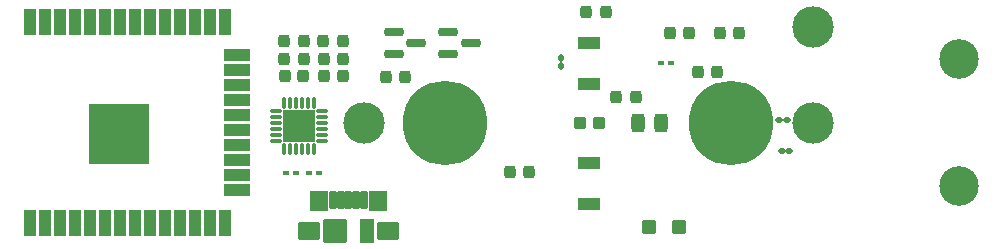
<source format=gts>
%TF.GenerationSoftware,KiCad,Pcbnew,(6.0.4)*%
%TF.CreationDate,2022-06-07T20:54:31+01:00*%
%TF.ProjectId,soil-moisture-sensor,736f696c-2d6d-46f6-9973-747572652d73,%%version%%*%
%TF.SameCoordinates,Original*%
%TF.FileFunction,Soldermask,Top*%
%TF.FilePolarity,Negative*%
%FSLAX46Y46*%
G04 Gerber Fmt 4.6, Leading zero omitted, Abs format (unit mm)*
G04 Created by KiCad (PCBNEW (6.0.4)) date 2022-06-07 20:54:31*
%MOMM*%
%LPD*%
G01*
G04 APERTURE LIST*
G04 Aperture macros list*
%AMRoundRect*
0 Rectangle with rounded corners*
0 $1 Rounding radius*
0 $2 $3 $4 $5 $6 $7 $8 $9 X,Y pos of 4 corners*
0 Add a 4 corners polygon primitive as box body*
4,1,4,$2,$3,$4,$5,$6,$7,$8,$9,$2,$3,0*
0 Add four circle primitives for the rounded corners*
1,1,$1+$1,$2,$3*
1,1,$1+$1,$4,$5*
1,1,$1+$1,$6,$7*
1,1,$1+$1,$8,$9*
0 Add four rect primitives between the rounded corners*
20,1,$1+$1,$2,$3,$4,$5,0*
20,1,$1+$1,$4,$5,$6,$7,0*
20,1,$1+$1,$6,$7,$8,$9,0*
20,1,$1+$1,$8,$9,$2,$3,0*%
G04 Aperture macros list end*
%ADD10C,3.500000*%
%ADD11C,7.150000*%
%ADD12RoundRect,0.275000X-0.200000X-0.275000X0.200000X-0.275000X0.200000X0.275000X-0.200000X0.275000X0*%
%ADD13RoundRect,0.225000X-0.587500X-0.150000X0.587500X-0.150000X0.587500X0.150000X-0.587500X0.150000X0*%
%ADD14RoundRect,0.175000X-0.130000X-0.100000X0.130000X-0.100000X0.130000X0.100000X-0.130000X0.100000X0*%
%ADD15RoundRect,0.293750X-0.218750X-0.256250X0.218750X-0.256250X0.218750X0.256250X-0.218750X0.256250X0*%
%ADD16RoundRect,0.075000X0.850000X-0.450000X0.850000X0.450000X-0.850000X0.450000X-0.850000X-0.450000X0*%
%ADD17RoundRect,0.075000X0.180000X0.125000X-0.180000X0.125000X-0.180000X-0.125000X0.180000X-0.125000X0*%
%ADD18RoundRect,0.075000X-0.712500X-0.775000X0.712500X-0.775000X0.712500X0.775000X-0.712500X0.775000X0*%
%ADD19RoundRect,0.075000X-0.900000X-0.950000X0.900000X-0.950000X0.900000X0.950000X-0.900000X0.950000X0*%
%ADD20RoundRect,0.075000X-0.825000X-0.650000X0.825000X-0.650000X0.825000X0.650000X-0.825000X0.650000X0*%
%ADD21RoundRect,0.075000X-0.500000X-0.950000X0.500000X-0.950000X0.500000X0.950000X-0.500000X0.950000X0*%
%ADD22RoundRect,0.075000X-0.225000X-0.690000X0.225000X-0.690000X0.225000X0.690000X-0.225000X0.690000X0*%
%ADD23RoundRect,0.075000X-0.500000X-0.500000X0.500000X-0.500000X0.500000X0.500000X-0.500000X0.500000X0*%
%ADD24RoundRect,0.075000X1.300000X-1.300000X1.300000X1.300000X-1.300000X1.300000X-1.300000X-1.300000X0*%
%ADD25RoundRect,0.137500X0.350000X-0.062500X0.350000X0.062500X-0.350000X0.062500X-0.350000X-0.062500X0*%
%ADD26RoundRect,0.137500X0.062500X-0.350000X0.062500X0.350000X-0.062500X0.350000X-0.062500X-0.350000X0*%
%ADD27RoundRect,0.275000X0.200000X0.275000X-0.200000X0.275000X-0.200000X-0.275000X0.200000X-0.275000X0*%
%ADD28RoundRect,0.075000X-0.180000X-0.125000X0.180000X-0.125000X0.180000X0.125000X-0.180000X0.125000X0*%
%ADD29C,3.350000*%
%ADD30RoundRect,0.300000X-0.225000X-0.250000X0.225000X-0.250000X0.225000X0.250000X-0.225000X0.250000X0*%
%ADD31RoundRect,0.075000X2.500000X-2.500000X2.500000X2.500000X-2.500000X2.500000X-2.500000X-2.500000X0*%
%ADD32RoundRect,0.075000X0.450000X-1.000000X0.450000X1.000000X-0.450000X1.000000X-0.450000X-1.000000X0*%
%ADD33RoundRect,0.075000X1.000000X0.450000X-1.000000X0.450000X-1.000000X-0.450000X1.000000X-0.450000X0*%
%ADD34RoundRect,0.325000X-0.250000X-0.475000X0.250000X-0.475000X0.250000X0.475000X-0.250000X0.475000X0*%
%ADD35RoundRect,0.175000X0.100000X-0.130000X0.100000X0.130000X-0.100000X0.130000X-0.100000X-0.130000X0*%
G04 APERTURE END LIST*
D10*
X95200000Y-114300000D03*
X133200000Y-114300000D03*
X133200000Y-106100000D03*
D11*
X102100000Y-114300000D03*
X126300000Y-114300000D03*
D12*
X118220000Y-112070000D03*
X116570000Y-112070000D03*
D13*
X99637500Y-107500000D03*
X97762500Y-108450000D03*
X97762500Y-106550000D03*
D12*
X107575000Y-118400000D03*
X109225000Y-118400000D03*
D14*
X131020000Y-114000000D03*
X130380000Y-114000000D03*
D15*
X122707500Y-106680000D03*
X121132500Y-106680000D03*
D12*
X90125000Y-107300000D03*
X88475000Y-107300000D03*
D16*
X114300000Y-107520000D03*
X114300000Y-110920000D03*
D17*
X89420000Y-118500000D03*
X88580000Y-118500000D03*
X121220000Y-109200000D03*
X120380000Y-109200000D03*
D14*
X131220000Y-116600000D03*
X130580000Y-116600000D03*
D12*
X93425000Y-107300000D03*
X91775000Y-107300000D03*
D13*
X104237500Y-107500000D03*
X102362500Y-108450000D03*
X102362500Y-106550000D03*
D12*
X125125000Y-109900000D03*
X123475000Y-109900000D03*
D18*
X91412500Y-120825000D03*
D19*
X92750000Y-123400000D03*
D18*
X96387500Y-120825000D03*
D20*
X90525000Y-123400000D03*
D21*
X95450000Y-123400000D03*
D20*
X97275000Y-123400000D03*
D22*
X95200000Y-120740000D03*
X94550000Y-120740000D03*
X93900000Y-120740000D03*
X93250000Y-120740000D03*
X92600000Y-120740000D03*
D23*
X121850000Y-123100000D03*
X119350000Y-123100000D03*
D24*
X89700000Y-114500000D03*
D25*
X87762500Y-115750000D03*
X87762500Y-115250000D03*
X87762500Y-114750000D03*
X87762500Y-114250000D03*
X87762500Y-113750000D03*
X87762500Y-113250000D03*
D26*
X88450000Y-112562500D03*
X88950000Y-112562500D03*
X89450000Y-112562500D03*
X89950000Y-112562500D03*
X90450000Y-112562500D03*
X90950000Y-112562500D03*
D25*
X91637500Y-113250000D03*
X91637500Y-113750000D03*
X91637500Y-114250000D03*
X91637500Y-114750000D03*
X91637500Y-115250000D03*
X91637500Y-115750000D03*
D26*
X90950000Y-116437500D03*
X90450000Y-116437500D03*
X89950000Y-116437500D03*
X89450000Y-116437500D03*
X88950000Y-116437500D03*
X88450000Y-116437500D03*
D27*
X91800000Y-108800000D03*
X93450000Y-108800000D03*
D12*
X98725000Y-110400000D03*
X97075000Y-110400000D03*
D28*
X91420000Y-118500000D03*
X90580000Y-118500000D03*
D29*
X145600000Y-119600000D03*
D12*
X88475000Y-108800000D03*
X90125000Y-108800000D03*
X115700000Y-104900000D03*
X114050000Y-104900000D03*
D30*
X115075000Y-114300000D03*
X113525000Y-114300000D03*
D29*
X145600000Y-108800000D03*
D16*
X114300000Y-117680000D03*
X114300000Y-121080000D03*
D15*
X90087500Y-110300000D03*
X88512500Y-110300000D03*
D12*
X127000000Y-106680000D03*
X125350000Y-106680000D03*
D31*
X74445000Y-115200000D03*
D32*
X66945000Y-105700000D03*
X68215000Y-105700000D03*
X69485000Y-105700000D03*
X70755000Y-105700000D03*
X72025000Y-105700000D03*
X73295000Y-105700000D03*
X74565000Y-105700000D03*
X75835000Y-105700000D03*
X77105000Y-105700000D03*
X78375000Y-105700000D03*
X79645000Y-105700000D03*
X80915000Y-105700000D03*
X82185000Y-105700000D03*
X83455000Y-105700000D03*
D33*
X84455000Y-108485000D03*
X84455000Y-109755000D03*
X84455000Y-111025000D03*
X84455000Y-112295000D03*
X84455000Y-113565000D03*
X84455000Y-114835000D03*
X84455000Y-116105000D03*
X84455000Y-117375000D03*
X84455000Y-118645000D03*
X84455000Y-119915000D03*
D32*
X83455000Y-122700000D03*
X82185000Y-122700000D03*
X80915000Y-122700000D03*
X79645000Y-122700000D03*
X78375000Y-122700000D03*
X77105000Y-122700000D03*
X75835000Y-122700000D03*
X74565000Y-122700000D03*
X73295000Y-122700000D03*
X72025000Y-122700000D03*
X70755000Y-122700000D03*
X69485000Y-122700000D03*
X68215000Y-122700000D03*
X66945000Y-122700000D03*
D34*
X120330000Y-114300000D03*
X118430000Y-114300000D03*
D15*
X93400000Y-110300000D03*
X91825000Y-110300000D03*
D35*
X111900000Y-108780000D03*
X111900000Y-109420000D03*
M02*

</source>
